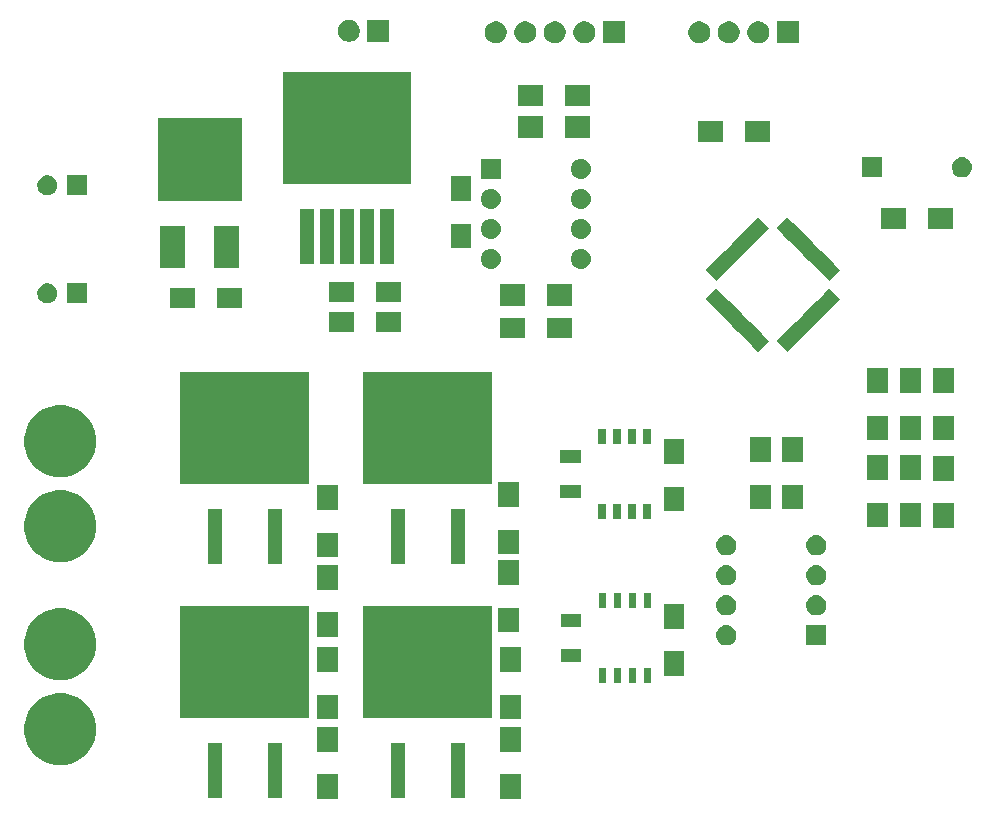
<source format=gts>
G04 #@! TF.GenerationSoftware,KiCad,Pcbnew,(5.1.0)-1*
G04 #@! TF.CreationDate,2019-06-23T00:58:32+09:00*
G04 #@! TF.ProjectId,md_ver1.00.0,6d645f76-6572-4312-9e30-302e302e6b69,rev?*
G04 #@! TF.SameCoordinates,Original*
G04 #@! TF.FileFunction,Soldermask,Top*
G04 #@! TF.FilePolarity,Negative*
%FSLAX46Y46*%
G04 Gerber Fmt 4.6, Leading zero omitted, Abs format (unit mm)*
G04 Created by KiCad (PCBNEW (5.1.0)-1) date 2019-06-23 00:58:32*
%MOMM*%
%LPD*%
G04 APERTURE LIST*
%ADD10C,0.100000*%
G04 APERTURE END LIST*
D10*
G36*
X129806000Y-154562000D02*
G01*
X128004000Y-154562000D01*
X128004000Y-152460000D01*
X129806000Y-152460000D01*
X129806000Y-154562000D01*
X129806000Y-154562000D01*
G37*
G36*
X114312000Y-154562000D02*
G01*
X112510000Y-154562000D01*
X112510000Y-152460000D01*
X114312000Y-152460000D01*
X114312000Y-154562000D01*
X114312000Y-154562000D01*
G37*
G36*
X119981000Y-154497000D02*
G01*
X118779000Y-154497000D01*
X118779000Y-149795000D01*
X119981000Y-149795000D01*
X119981000Y-154497000D01*
X119981000Y-154497000D01*
G37*
G36*
X104487000Y-154497000D02*
G01*
X103285000Y-154497000D01*
X103285000Y-149795000D01*
X104487000Y-149795000D01*
X104487000Y-154497000D01*
X104487000Y-154497000D01*
G37*
G36*
X109567000Y-154497000D02*
G01*
X108365000Y-154497000D01*
X108365000Y-149795000D01*
X109567000Y-149795000D01*
X109567000Y-154497000D01*
X109567000Y-154497000D01*
G37*
G36*
X125061000Y-154497000D02*
G01*
X123859000Y-154497000D01*
X123859000Y-149795000D01*
X125061000Y-149795000D01*
X125061000Y-154497000D01*
X125061000Y-154497000D01*
G37*
G36*
X91694943Y-145744248D02*
G01*
X92250189Y-145974238D01*
X92250190Y-145974239D01*
X92749899Y-146308134D01*
X93174866Y-146733101D01*
X93174867Y-146733103D01*
X93508762Y-147232811D01*
X93738752Y-147788057D01*
X93856000Y-148377501D01*
X93856000Y-148978499D01*
X93738752Y-149567943D01*
X93508762Y-150123189D01*
X93508761Y-150123190D01*
X93174866Y-150622899D01*
X92749899Y-151047866D01*
X92498347Y-151215948D01*
X92250189Y-151381762D01*
X91694943Y-151611752D01*
X91105499Y-151729000D01*
X90504501Y-151729000D01*
X89915057Y-151611752D01*
X89359811Y-151381762D01*
X89111653Y-151215948D01*
X88860101Y-151047866D01*
X88435134Y-150622899D01*
X88101239Y-150123190D01*
X88101238Y-150123189D01*
X87871248Y-149567943D01*
X87754000Y-148978499D01*
X87754000Y-148377501D01*
X87871248Y-147788057D01*
X88101238Y-147232811D01*
X88435133Y-146733103D01*
X88435134Y-146733101D01*
X88860101Y-146308134D01*
X89359810Y-145974239D01*
X89359811Y-145974238D01*
X89915057Y-145744248D01*
X90504501Y-145627000D01*
X91105499Y-145627000D01*
X91694943Y-145744248D01*
X91694943Y-145744248D01*
G37*
G36*
X129806000Y-150562000D02*
G01*
X128004000Y-150562000D01*
X128004000Y-148460000D01*
X129806000Y-148460000D01*
X129806000Y-150562000D01*
X129806000Y-150562000D01*
G37*
G36*
X114312000Y-150562000D02*
G01*
X112510000Y-150562000D01*
X112510000Y-148460000D01*
X114312000Y-148460000D01*
X114312000Y-150562000D01*
X114312000Y-150562000D01*
G37*
G36*
X129806000Y-147831000D02*
G01*
X128004000Y-147831000D01*
X128004000Y-145729000D01*
X129806000Y-145729000D01*
X129806000Y-147831000D01*
X129806000Y-147831000D01*
G37*
G36*
X114312000Y-147831000D02*
G01*
X112510000Y-147831000D01*
X112510000Y-145729000D01*
X114312000Y-145729000D01*
X114312000Y-147831000D01*
X114312000Y-147831000D01*
G37*
G36*
X111877000Y-147747000D02*
G01*
X100975000Y-147747000D01*
X100975000Y-138245000D01*
X111877000Y-138245000D01*
X111877000Y-147747000D01*
X111877000Y-147747000D01*
G37*
G36*
X127371000Y-147747000D02*
G01*
X116469000Y-147747000D01*
X116469000Y-138245000D01*
X127371000Y-138245000D01*
X127371000Y-147747000D01*
X127371000Y-147747000D01*
G37*
G36*
X138265100Y-144754800D02*
G01*
X137655100Y-144754800D01*
X137655100Y-143509800D01*
X138265100Y-143509800D01*
X138265100Y-144754800D01*
X138265100Y-144754800D01*
G37*
G36*
X136995100Y-144754800D02*
G01*
X136385100Y-144754800D01*
X136385100Y-143509800D01*
X136995100Y-143509800D01*
X136995100Y-144754800D01*
X136995100Y-144754800D01*
G37*
G36*
X139535100Y-144754800D02*
G01*
X138925100Y-144754800D01*
X138925100Y-143509800D01*
X139535100Y-143509800D01*
X139535100Y-144754800D01*
X139535100Y-144754800D01*
G37*
G36*
X140805100Y-144754800D02*
G01*
X140195100Y-144754800D01*
X140195100Y-143509800D01*
X140805100Y-143509800D01*
X140805100Y-144754800D01*
X140805100Y-144754800D01*
G37*
G36*
X91694943Y-138544248D02*
G01*
X92250189Y-138774238D01*
X92418955Y-138887004D01*
X92749899Y-139108134D01*
X93174866Y-139533101D01*
X93174867Y-139533103D01*
X93508762Y-140032811D01*
X93738752Y-140588057D01*
X93856000Y-141177501D01*
X93856000Y-141778499D01*
X93738752Y-142367943D01*
X93508762Y-142923189D01*
X93342948Y-143171347D01*
X93174866Y-143422899D01*
X92749899Y-143847866D01*
X92498347Y-144015948D01*
X92250189Y-144181762D01*
X91694943Y-144411752D01*
X91105499Y-144529000D01*
X90504501Y-144529000D01*
X89915057Y-144411752D01*
X89359811Y-144181762D01*
X89111653Y-144015948D01*
X88860101Y-143847866D01*
X88435134Y-143422899D01*
X88267052Y-143171347D01*
X88101238Y-142923189D01*
X87871248Y-142367943D01*
X87754000Y-141778499D01*
X87754000Y-141177501D01*
X87871248Y-140588057D01*
X88101238Y-140032811D01*
X88435133Y-139533103D01*
X88435134Y-139533101D01*
X88860101Y-139108134D01*
X89191045Y-138887004D01*
X89359811Y-138774238D01*
X89915057Y-138544248D01*
X90504501Y-138427000D01*
X91105499Y-138427000D01*
X91694943Y-138544248D01*
X91694943Y-138544248D01*
G37*
G36*
X143637100Y-144135300D02*
G01*
X141935100Y-144135300D01*
X141935100Y-142033300D01*
X143637100Y-142033300D01*
X143637100Y-144135300D01*
X143637100Y-144135300D01*
G37*
G36*
X114312000Y-143831000D02*
G01*
X112510000Y-143831000D01*
X112510000Y-141729000D01*
X114312000Y-141729000D01*
X114312000Y-143831000D01*
X114312000Y-143831000D01*
G37*
G36*
X129806000Y-143831000D02*
G01*
X128004000Y-143831000D01*
X128004000Y-141729000D01*
X129806000Y-141729000D01*
X129806000Y-143831000D01*
X129806000Y-143831000D01*
G37*
G36*
X134874100Y-143008300D02*
G01*
X133172100Y-143008300D01*
X133172100Y-141906300D01*
X134874100Y-141906300D01*
X134874100Y-143008300D01*
X134874100Y-143008300D01*
G37*
G36*
X155664000Y-141567000D02*
G01*
X153962000Y-141567000D01*
X153962000Y-139865000D01*
X155664000Y-139865000D01*
X155664000Y-141567000D01*
X155664000Y-141567000D01*
G37*
G36*
X147359823Y-139877313D02*
G01*
X147520242Y-139925976D01*
X147652906Y-139996886D01*
X147668078Y-140004996D01*
X147797659Y-140111341D01*
X147904004Y-140240922D01*
X147904005Y-140240924D01*
X147983024Y-140388758D01*
X148031687Y-140549177D01*
X148048117Y-140716000D01*
X148031687Y-140882823D01*
X147983024Y-141043242D01*
X147912114Y-141175906D01*
X147904004Y-141191078D01*
X147797659Y-141320659D01*
X147668078Y-141427004D01*
X147668076Y-141427005D01*
X147520242Y-141506024D01*
X147359823Y-141554687D01*
X147234804Y-141567000D01*
X147151196Y-141567000D01*
X147026177Y-141554687D01*
X146865758Y-141506024D01*
X146717924Y-141427005D01*
X146717922Y-141427004D01*
X146588341Y-141320659D01*
X146481996Y-141191078D01*
X146473886Y-141175906D01*
X146402976Y-141043242D01*
X146354313Y-140882823D01*
X146337883Y-140716000D01*
X146354313Y-140549177D01*
X146402976Y-140388758D01*
X146481995Y-140240924D01*
X146481996Y-140240922D01*
X146588341Y-140111341D01*
X146717922Y-140004996D01*
X146733094Y-139996886D01*
X146865758Y-139925976D01*
X147026177Y-139877313D01*
X147151196Y-139865000D01*
X147234804Y-139865000D01*
X147359823Y-139877313D01*
X147359823Y-139877313D01*
G37*
G36*
X114312000Y-140846000D02*
G01*
X112510000Y-140846000D01*
X112510000Y-138744000D01*
X114312000Y-138744000D01*
X114312000Y-140846000D01*
X114312000Y-140846000D01*
G37*
G36*
X129679000Y-140465000D02*
G01*
X127877000Y-140465000D01*
X127877000Y-138363000D01*
X129679000Y-138363000D01*
X129679000Y-140465000D01*
X129679000Y-140465000D01*
G37*
G36*
X143637100Y-140135300D02*
G01*
X141935100Y-140135300D01*
X141935100Y-138033300D01*
X143637100Y-138033300D01*
X143637100Y-140135300D01*
X143637100Y-140135300D01*
G37*
G36*
X134874100Y-140008300D02*
G01*
X133172100Y-140008300D01*
X133172100Y-138906300D01*
X134874100Y-138906300D01*
X134874100Y-140008300D01*
X134874100Y-140008300D01*
G37*
G36*
X154979823Y-137337313D02*
G01*
X155140242Y-137385976D01*
X155272906Y-137456886D01*
X155288078Y-137464996D01*
X155417659Y-137571341D01*
X155524004Y-137700922D01*
X155524005Y-137700924D01*
X155603024Y-137848758D01*
X155651687Y-138009177D01*
X155668117Y-138176000D01*
X155651687Y-138342823D01*
X155603024Y-138503242D01*
X155581105Y-138544249D01*
X155524004Y-138651078D01*
X155417659Y-138780659D01*
X155288078Y-138887004D01*
X155288076Y-138887005D01*
X155140242Y-138966024D01*
X154979823Y-139014687D01*
X154854804Y-139027000D01*
X154771196Y-139027000D01*
X154646177Y-139014687D01*
X154485758Y-138966024D01*
X154337924Y-138887005D01*
X154337922Y-138887004D01*
X154208341Y-138780659D01*
X154101996Y-138651078D01*
X154044895Y-138544249D01*
X154022976Y-138503242D01*
X153974313Y-138342823D01*
X153957883Y-138176000D01*
X153974313Y-138009177D01*
X154022976Y-137848758D01*
X154101995Y-137700924D01*
X154101996Y-137700922D01*
X154208341Y-137571341D01*
X154337922Y-137464996D01*
X154353094Y-137456886D01*
X154485758Y-137385976D01*
X154646177Y-137337313D01*
X154771196Y-137325000D01*
X154854804Y-137325000D01*
X154979823Y-137337313D01*
X154979823Y-137337313D01*
G37*
G36*
X147359823Y-137337313D02*
G01*
X147520242Y-137385976D01*
X147652906Y-137456886D01*
X147668078Y-137464996D01*
X147797659Y-137571341D01*
X147904004Y-137700922D01*
X147904005Y-137700924D01*
X147983024Y-137848758D01*
X148031687Y-138009177D01*
X148048117Y-138176000D01*
X148031687Y-138342823D01*
X147983024Y-138503242D01*
X147961105Y-138544249D01*
X147904004Y-138651078D01*
X147797659Y-138780659D01*
X147668078Y-138887004D01*
X147668076Y-138887005D01*
X147520242Y-138966024D01*
X147359823Y-139014687D01*
X147234804Y-139027000D01*
X147151196Y-139027000D01*
X147026177Y-139014687D01*
X146865758Y-138966024D01*
X146717924Y-138887005D01*
X146717922Y-138887004D01*
X146588341Y-138780659D01*
X146481996Y-138651078D01*
X146424895Y-138544249D01*
X146402976Y-138503242D01*
X146354313Y-138342823D01*
X146337883Y-138176000D01*
X146354313Y-138009177D01*
X146402976Y-137848758D01*
X146481995Y-137700924D01*
X146481996Y-137700922D01*
X146588341Y-137571341D01*
X146717922Y-137464996D01*
X146733094Y-137456886D01*
X146865758Y-137385976D01*
X147026177Y-137337313D01*
X147151196Y-137325000D01*
X147234804Y-137325000D01*
X147359823Y-137337313D01*
X147359823Y-137337313D01*
G37*
G36*
X138265100Y-138404800D02*
G01*
X137655100Y-138404800D01*
X137655100Y-137159800D01*
X138265100Y-137159800D01*
X138265100Y-138404800D01*
X138265100Y-138404800D01*
G37*
G36*
X140805100Y-138404800D02*
G01*
X140195100Y-138404800D01*
X140195100Y-137159800D01*
X140805100Y-137159800D01*
X140805100Y-138404800D01*
X140805100Y-138404800D01*
G37*
G36*
X139535100Y-138404800D02*
G01*
X138925100Y-138404800D01*
X138925100Y-137159800D01*
X139535100Y-137159800D01*
X139535100Y-138404800D01*
X139535100Y-138404800D01*
G37*
G36*
X136995100Y-138404800D02*
G01*
X136385100Y-138404800D01*
X136385100Y-137159800D01*
X136995100Y-137159800D01*
X136995100Y-138404800D01*
X136995100Y-138404800D01*
G37*
G36*
X114312000Y-136846000D02*
G01*
X112510000Y-136846000D01*
X112510000Y-134744000D01*
X114312000Y-134744000D01*
X114312000Y-136846000D01*
X114312000Y-136846000D01*
G37*
G36*
X154979823Y-134797313D02*
G01*
X155140242Y-134845976D01*
X155272906Y-134916886D01*
X155288078Y-134924996D01*
X155417659Y-135031341D01*
X155524004Y-135160922D01*
X155524005Y-135160924D01*
X155603024Y-135308758D01*
X155651687Y-135469177D01*
X155668117Y-135636000D01*
X155651687Y-135802823D01*
X155603024Y-135963242D01*
X155532114Y-136095906D01*
X155524004Y-136111078D01*
X155417659Y-136240659D01*
X155288078Y-136347004D01*
X155288076Y-136347005D01*
X155140242Y-136426024D01*
X154979823Y-136474687D01*
X154854804Y-136487000D01*
X154771196Y-136487000D01*
X154646177Y-136474687D01*
X154485758Y-136426024D01*
X154337924Y-136347005D01*
X154337922Y-136347004D01*
X154208341Y-136240659D01*
X154101996Y-136111078D01*
X154093886Y-136095906D01*
X154022976Y-135963242D01*
X153974313Y-135802823D01*
X153957883Y-135636000D01*
X153974313Y-135469177D01*
X154022976Y-135308758D01*
X154101995Y-135160924D01*
X154101996Y-135160922D01*
X154208341Y-135031341D01*
X154337922Y-134924996D01*
X154353094Y-134916886D01*
X154485758Y-134845976D01*
X154646177Y-134797313D01*
X154771196Y-134785000D01*
X154854804Y-134785000D01*
X154979823Y-134797313D01*
X154979823Y-134797313D01*
G37*
G36*
X147359823Y-134797313D02*
G01*
X147520242Y-134845976D01*
X147652906Y-134916886D01*
X147668078Y-134924996D01*
X147797659Y-135031341D01*
X147904004Y-135160922D01*
X147904005Y-135160924D01*
X147983024Y-135308758D01*
X148031687Y-135469177D01*
X148048117Y-135636000D01*
X148031687Y-135802823D01*
X147983024Y-135963242D01*
X147912114Y-136095906D01*
X147904004Y-136111078D01*
X147797659Y-136240659D01*
X147668078Y-136347004D01*
X147668076Y-136347005D01*
X147520242Y-136426024D01*
X147359823Y-136474687D01*
X147234804Y-136487000D01*
X147151196Y-136487000D01*
X147026177Y-136474687D01*
X146865758Y-136426024D01*
X146717924Y-136347005D01*
X146717922Y-136347004D01*
X146588341Y-136240659D01*
X146481996Y-136111078D01*
X146473886Y-136095906D01*
X146402976Y-135963242D01*
X146354313Y-135802823D01*
X146337883Y-135636000D01*
X146354313Y-135469177D01*
X146402976Y-135308758D01*
X146481995Y-135160924D01*
X146481996Y-135160922D01*
X146588341Y-135031341D01*
X146717922Y-134924996D01*
X146733094Y-134916886D01*
X146865758Y-134845976D01*
X147026177Y-134797313D01*
X147151196Y-134785000D01*
X147234804Y-134785000D01*
X147359823Y-134797313D01*
X147359823Y-134797313D01*
G37*
G36*
X129679000Y-136465000D02*
G01*
X127877000Y-136465000D01*
X127877000Y-134363000D01*
X129679000Y-134363000D01*
X129679000Y-136465000D01*
X129679000Y-136465000D01*
G37*
G36*
X109567000Y-134685000D02*
G01*
X108365000Y-134685000D01*
X108365000Y-129983000D01*
X109567000Y-129983000D01*
X109567000Y-134685000D01*
X109567000Y-134685000D01*
G37*
G36*
X104487000Y-134685000D02*
G01*
X103285000Y-134685000D01*
X103285000Y-129983000D01*
X104487000Y-129983000D01*
X104487000Y-134685000D01*
X104487000Y-134685000D01*
G37*
G36*
X125061000Y-134685000D02*
G01*
X123859000Y-134685000D01*
X123859000Y-129983000D01*
X125061000Y-129983000D01*
X125061000Y-134685000D01*
X125061000Y-134685000D01*
G37*
G36*
X119981000Y-134685000D02*
G01*
X118779000Y-134685000D01*
X118779000Y-129983000D01*
X119981000Y-129983000D01*
X119981000Y-134685000D01*
X119981000Y-134685000D01*
G37*
G36*
X91694943Y-128552248D02*
G01*
X92250189Y-128782238D01*
X92250190Y-128782239D01*
X92749899Y-129116134D01*
X93174866Y-129541101D01*
X93174867Y-129541103D01*
X93508762Y-130040811D01*
X93738752Y-130596057D01*
X93856000Y-131185501D01*
X93856000Y-131786499D01*
X93738752Y-132375943D01*
X93508762Y-132931189D01*
X93342948Y-133179347D01*
X93174866Y-133430899D01*
X92749899Y-133855866D01*
X92631935Y-133934687D01*
X92250189Y-134189762D01*
X91694943Y-134419752D01*
X91105499Y-134537000D01*
X90504501Y-134537000D01*
X89915057Y-134419752D01*
X89359811Y-134189762D01*
X88978065Y-133934687D01*
X88860101Y-133855866D01*
X88435134Y-133430899D01*
X88267052Y-133179347D01*
X88101238Y-132931189D01*
X87871248Y-132375943D01*
X87754000Y-131786499D01*
X87754000Y-131185501D01*
X87871248Y-130596057D01*
X88101238Y-130040811D01*
X88435133Y-129541103D01*
X88435134Y-129541101D01*
X88860101Y-129116134D01*
X89359810Y-128782239D01*
X89359811Y-128782238D01*
X89915057Y-128552248D01*
X90504501Y-128435000D01*
X91105499Y-128435000D01*
X91694943Y-128552248D01*
X91694943Y-128552248D01*
G37*
G36*
X114312000Y-134115000D02*
G01*
X112510000Y-134115000D01*
X112510000Y-132013000D01*
X114312000Y-132013000D01*
X114312000Y-134115000D01*
X114312000Y-134115000D01*
G37*
G36*
X154979823Y-132257313D02*
G01*
X155140242Y-132305976D01*
X155271141Y-132375943D01*
X155288078Y-132384996D01*
X155417659Y-132491341D01*
X155524004Y-132620922D01*
X155524005Y-132620924D01*
X155603024Y-132768758D01*
X155651687Y-132929177D01*
X155668117Y-133096000D01*
X155651687Y-133262823D01*
X155603024Y-133423242D01*
X155598932Y-133430897D01*
X155524004Y-133571078D01*
X155417659Y-133700659D01*
X155288078Y-133807004D01*
X155288076Y-133807005D01*
X155140242Y-133886024D01*
X154979823Y-133934687D01*
X154854804Y-133947000D01*
X154771196Y-133947000D01*
X154646177Y-133934687D01*
X154485758Y-133886024D01*
X154337924Y-133807005D01*
X154337922Y-133807004D01*
X154208341Y-133700659D01*
X154101996Y-133571078D01*
X154027068Y-133430897D01*
X154022976Y-133423242D01*
X153974313Y-133262823D01*
X153957883Y-133096000D01*
X153974313Y-132929177D01*
X154022976Y-132768758D01*
X154101995Y-132620924D01*
X154101996Y-132620922D01*
X154208341Y-132491341D01*
X154337922Y-132384996D01*
X154354859Y-132375943D01*
X154485758Y-132305976D01*
X154646177Y-132257313D01*
X154771196Y-132245000D01*
X154854804Y-132245000D01*
X154979823Y-132257313D01*
X154979823Y-132257313D01*
G37*
G36*
X147359823Y-132257313D02*
G01*
X147520242Y-132305976D01*
X147651141Y-132375943D01*
X147668078Y-132384996D01*
X147797659Y-132491341D01*
X147904004Y-132620922D01*
X147904005Y-132620924D01*
X147983024Y-132768758D01*
X148031687Y-132929177D01*
X148048117Y-133096000D01*
X148031687Y-133262823D01*
X147983024Y-133423242D01*
X147978932Y-133430897D01*
X147904004Y-133571078D01*
X147797659Y-133700659D01*
X147668078Y-133807004D01*
X147668076Y-133807005D01*
X147520242Y-133886024D01*
X147359823Y-133934687D01*
X147234804Y-133947000D01*
X147151196Y-133947000D01*
X147026177Y-133934687D01*
X146865758Y-133886024D01*
X146717924Y-133807005D01*
X146717922Y-133807004D01*
X146588341Y-133700659D01*
X146481996Y-133571078D01*
X146407068Y-133430897D01*
X146402976Y-133423242D01*
X146354313Y-133262823D01*
X146337883Y-133096000D01*
X146354313Y-132929177D01*
X146402976Y-132768758D01*
X146481995Y-132620924D01*
X146481996Y-132620922D01*
X146588341Y-132491341D01*
X146717922Y-132384996D01*
X146734859Y-132375943D01*
X146865758Y-132305976D01*
X147026177Y-132257313D01*
X147151196Y-132245000D01*
X147234804Y-132245000D01*
X147359823Y-132257313D01*
X147359823Y-132257313D01*
G37*
G36*
X129679000Y-133861000D02*
G01*
X127877000Y-133861000D01*
X127877000Y-131759000D01*
X129679000Y-131759000D01*
X129679000Y-133861000D01*
X129679000Y-133861000D01*
G37*
G36*
X166509000Y-131607000D02*
G01*
X164707000Y-131607000D01*
X164707000Y-129505000D01*
X166509000Y-129505000D01*
X166509000Y-131607000D01*
X166509000Y-131607000D01*
G37*
G36*
X160921000Y-131575000D02*
G01*
X159119000Y-131575000D01*
X159119000Y-129473000D01*
X160921000Y-129473000D01*
X160921000Y-131575000D01*
X160921000Y-131575000D01*
G37*
G36*
X163715000Y-131575000D02*
G01*
X161913000Y-131575000D01*
X161913000Y-129473000D01*
X163715000Y-129473000D01*
X163715000Y-131575000D01*
X163715000Y-131575000D01*
G37*
G36*
X138239700Y-130835600D02*
G01*
X137629700Y-130835600D01*
X137629700Y-129590600D01*
X138239700Y-129590600D01*
X138239700Y-130835600D01*
X138239700Y-130835600D01*
G37*
G36*
X140779700Y-130835600D02*
G01*
X140169700Y-130835600D01*
X140169700Y-129590600D01*
X140779700Y-129590600D01*
X140779700Y-130835600D01*
X140779700Y-130835600D01*
G37*
G36*
X139509700Y-130835600D02*
G01*
X138899700Y-130835600D01*
X138899700Y-129590600D01*
X139509700Y-129590600D01*
X139509700Y-130835600D01*
X139509700Y-130835600D01*
G37*
G36*
X136969700Y-130835600D02*
G01*
X136359700Y-130835600D01*
X136359700Y-129590600D01*
X136969700Y-129590600D01*
X136969700Y-130835600D01*
X136969700Y-130835600D01*
G37*
G36*
X143611700Y-130216100D02*
G01*
X141909700Y-130216100D01*
X141909700Y-128114100D01*
X143611700Y-128114100D01*
X143611700Y-130216100D01*
X143611700Y-130216100D01*
G37*
G36*
X114312000Y-130115000D02*
G01*
X112510000Y-130115000D01*
X112510000Y-128013000D01*
X114312000Y-128013000D01*
X114312000Y-130115000D01*
X114312000Y-130115000D01*
G37*
G36*
X153682000Y-130051000D02*
G01*
X151880000Y-130051000D01*
X151880000Y-127949000D01*
X153682000Y-127949000D01*
X153682000Y-130051000D01*
X153682000Y-130051000D01*
G37*
G36*
X151015000Y-130051000D02*
G01*
X149213000Y-130051000D01*
X149213000Y-127949000D01*
X151015000Y-127949000D01*
X151015000Y-130051000D01*
X151015000Y-130051000D01*
G37*
G36*
X129679000Y-129861000D02*
G01*
X127877000Y-129861000D01*
X127877000Y-127759000D01*
X129679000Y-127759000D01*
X129679000Y-129861000D01*
X129679000Y-129861000D01*
G37*
G36*
X134848700Y-129089100D02*
G01*
X133146700Y-129089100D01*
X133146700Y-127987100D01*
X134848700Y-127987100D01*
X134848700Y-129089100D01*
X134848700Y-129089100D01*
G37*
G36*
X111877000Y-127935000D02*
G01*
X100975000Y-127935000D01*
X100975000Y-118433000D01*
X111877000Y-118433000D01*
X111877000Y-127935000D01*
X111877000Y-127935000D01*
G37*
G36*
X127371000Y-127935000D02*
G01*
X116469000Y-127935000D01*
X116469000Y-118433000D01*
X127371000Y-118433000D01*
X127371000Y-127935000D01*
X127371000Y-127935000D01*
G37*
G36*
X166509000Y-127607000D02*
G01*
X164707000Y-127607000D01*
X164707000Y-125505000D01*
X166509000Y-125505000D01*
X166509000Y-127607000D01*
X166509000Y-127607000D01*
G37*
G36*
X163715000Y-127575000D02*
G01*
X161913000Y-127575000D01*
X161913000Y-125473000D01*
X163715000Y-125473000D01*
X163715000Y-127575000D01*
X163715000Y-127575000D01*
G37*
G36*
X160921000Y-127575000D02*
G01*
X159119000Y-127575000D01*
X159119000Y-125473000D01*
X160921000Y-125473000D01*
X160921000Y-127575000D01*
X160921000Y-127575000D01*
G37*
G36*
X91694943Y-121352248D02*
G01*
X92250189Y-121582238D01*
X92250190Y-121582239D01*
X92749899Y-121916134D01*
X93174866Y-122341101D01*
X93174867Y-122341103D01*
X93508762Y-122840811D01*
X93738752Y-123396057D01*
X93856000Y-123985501D01*
X93856000Y-124586499D01*
X93738752Y-125175943D01*
X93508762Y-125731189D01*
X93508761Y-125731190D01*
X93174866Y-126230899D01*
X92749899Y-126655866D01*
X92498347Y-126823948D01*
X92250189Y-126989762D01*
X91694943Y-127219752D01*
X91105499Y-127337000D01*
X90504501Y-127337000D01*
X89915057Y-127219752D01*
X89359811Y-126989762D01*
X89111653Y-126823948D01*
X88860101Y-126655866D01*
X88435134Y-126230899D01*
X88101239Y-125731190D01*
X88101238Y-125731189D01*
X87871248Y-125175943D01*
X87754000Y-124586499D01*
X87754000Y-123985501D01*
X87871248Y-123396057D01*
X88101238Y-122840811D01*
X88435133Y-122341103D01*
X88435134Y-122341101D01*
X88860101Y-121916134D01*
X89359810Y-121582239D01*
X89359811Y-121582238D01*
X89915057Y-121352248D01*
X90504501Y-121235000D01*
X91105499Y-121235000D01*
X91694943Y-121352248D01*
X91694943Y-121352248D01*
G37*
G36*
X143611700Y-126216100D02*
G01*
X141909700Y-126216100D01*
X141909700Y-124114100D01*
X143611700Y-124114100D01*
X143611700Y-126216100D01*
X143611700Y-126216100D01*
G37*
G36*
X134848700Y-126089100D02*
G01*
X133146700Y-126089100D01*
X133146700Y-124987100D01*
X134848700Y-124987100D01*
X134848700Y-126089100D01*
X134848700Y-126089100D01*
G37*
G36*
X153682000Y-126051000D02*
G01*
X151880000Y-126051000D01*
X151880000Y-123949000D01*
X153682000Y-123949000D01*
X153682000Y-126051000D01*
X153682000Y-126051000D01*
G37*
G36*
X151015000Y-126051000D02*
G01*
X149213000Y-126051000D01*
X149213000Y-123949000D01*
X151015000Y-123949000D01*
X151015000Y-126051000D01*
X151015000Y-126051000D01*
G37*
G36*
X139509700Y-124485600D02*
G01*
X138899700Y-124485600D01*
X138899700Y-123240600D01*
X139509700Y-123240600D01*
X139509700Y-124485600D01*
X139509700Y-124485600D01*
G37*
G36*
X138239700Y-124485600D02*
G01*
X137629700Y-124485600D01*
X137629700Y-123240600D01*
X138239700Y-123240600D01*
X138239700Y-124485600D01*
X138239700Y-124485600D01*
G37*
G36*
X136969700Y-124485600D02*
G01*
X136359700Y-124485600D01*
X136359700Y-123240600D01*
X136969700Y-123240600D01*
X136969700Y-124485600D01*
X136969700Y-124485600D01*
G37*
G36*
X140779700Y-124485600D02*
G01*
X140169700Y-124485600D01*
X140169700Y-123240600D01*
X140779700Y-123240600D01*
X140779700Y-124485600D01*
X140779700Y-124485600D01*
G37*
G36*
X163715000Y-124209000D02*
G01*
X161913000Y-124209000D01*
X161913000Y-122107000D01*
X163715000Y-122107000D01*
X163715000Y-124209000D01*
X163715000Y-124209000D01*
G37*
G36*
X166509000Y-124209000D02*
G01*
X164707000Y-124209000D01*
X164707000Y-122107000D01*
X166509000Y-122107000D01*
X166509000Y-124209000D01*
X166509000Y-124209000D01*
G37*
G36*
X160921000Y-124209000D02*
G01*
X159119000Y-124209000D01*
X159119000Y-122107000D01*
X160921000Y-122107000D01*
X160921000Y-124209000D01*
X160921000Y-124209000D01*
G37*
G36*
X160921000Y-120209000D02*
G01*
X159119000Y-120209000D01*
X159119000Y-118107000D01*
X160921000Y-118107000D01*
X160921000Y-120209000D01*
X160921000Y-120209000D01*
G37*
G36*
X166509000Y-120209000D02*
G01*
X164707000Y-120209000D01*
X164707000Y-118107000D01*
X166509000Y-118107000D01*
X166509000Y-120209000D01*
X166509000Y-120209000D01*
G37*
G36*
X163715000Y-120209000D02*
G01*
X161913000Y-120209000D01*
X161913000Y-118107000D01*
X163715000Y-118107000D01*
X163715000Y-120209000D01*
X163715000Y-120209000D01*
G37*
G36*
X146922715Y-111880470D02*
G01*
X146922715Y-111880469D01*
X147419104Y-112376858D01*
X147419104Y-112376859D01*
X147984789Y-112942544D01*
X147984789Y-112942545D01*
X148054085Y-113011841D01*
X148054085Y-113011840D01*
X148550474Y-113508229D01*
X148550474Y-113508230D01*
X148619771Y-113577527D01*
X148619771Y-113577526D01*
X149116160Y-114073915D01*
X149116160Y-114073916D01*
X149185456Y-114143212D01*
X149185456Y-114143211D01*
X149751142Y-114708897D01*
X149751142Y-114708896D01*
X150247531Y-115205285D01*
X150247531Y-115205286D01*
X150813216Y-115770971D01*
X149892563Y-116691624D01*
X149396174Y-116195235D01*
X149396175Y-116195235D01*
X148761193Y-115560253D01*
X148761192Y-115560253D01*
X148264803Y-115063864D01*
X148264804Y-115063864D01*
X148195508Y-114994568D01*
X148195507Y-114994568D01*
X147699118Y-114498179D01*
X147699119Y-114498179D01*
X147629822Y-114428882D01*
X147629821Y-114428882D01*
X147133432Y-113932493D01*
X147133433Y-113932493D01*
X147064137Y-113863197D01*
X147064136Y-113863197D01*
X146567747Y-113366808D01*
X146567748Y-113366808D01*
X145932766Y-112731826D01*
X145932765Y-112731826D01*
X145436376Y-112235437D01*
X146357029Y-111314784D01*
X146922715Y-111880470D01*
X146922715Y-111880470D01*
G37*
G36*
X156823624Y-112235437D02*
G01*
X156327235Y-112731826D01*
X156257938Y-112801122D01*
X155761549Y-113297511D01*
X155692253Y-113366808D01*
X153498808Y-115560253D01*
X153429511Y-115629549D01*
X152933122Y-116125938D01*
X152863826Y-116195235D01*
X152367437Y-116691624D01*
X151446784Y-115770971D01*
X151943173Y-115274582D01*
X152012470Y-115205286D01*
X152012469Y-115205285D01*
X152508858Y-114708896D01*
X152508859Y-114708897D01*
X152597236Y-114620519D01*
X153074544Y-114143211D01*
X153074545Y-114143212D01*
X153143841Y-114073916D01*
X153143840Y-114073915D01*
X153640229Y-113577526D01*
X153640230Y-113577527D01*
X153709527Y-113508230D01*
X153709526Y-113508229D01*
X154205915Y-113011840D01*
X154205916Y-113011841D01*
X154275212Y-112942545D01*
X154275211Y-112942544D01*
X154771600Y-112446155D01*
X154840897Y-112376859D01*
X154840896Y-112376858D01*
X155337285Y-111880469D01*
X155337286Y-111880470D01*
X155425663Y-111792092D01*
X155902971Y-111314784D01*
X156823624Y-112235437D01*
X156823624Y-112235437D01*
G37*
G36*
X130115000Y-115532000D02*
G01*
X128013000Y-115532000D01*
X128013000Y-113830000D01*
X130115000Y-113830000D01*
X130115000Y-115532000D01*
X130115000Y-115532000D01*
G37*
G36*
X134115000Y-115532000D02*
G01*
X132013000Y-115532000D01*
X132013000Y-113830000D01*
X134115000Y-113830000D01*
X134115000Y-115532000D01*
X134115000Y-115532000D01*
G37*
G36*
X119669000Y-115024000D02*
G01*
X117567000Y-115024000D01*
X117567000Y-113322000D01*
X119669000Y-113322000D01*
X119669000Y-115024000D01*
X119669000Y-115024000D01*
G37*
G36*
X115669000Y-115024000D02*
G01*
X113567000Y-115024000D01*
X113567000Y-113322000D01*
X115669000Y-113322000D01*
X115669000Y-115024000D01*
X115669000Y-115024000D01*
G37*
G36*
X102175000Y-112992000D02*
G01*
X100073000Y-112992000D01*
X100073000Y-111290000D01*
X102175000Y-111290000D01*
X102175000Y-112992000D01*
X102175000Y-112992000D01*
G37*
G36*
X106175000Y-112992000D02*
G01*
X104073000Y-112992000D01*
X104073000Y-111290000D01*
X106175000Y-111290000D01*
X106175000Y-112992000D01*
X106175000Y-112992000D01*
G37*
G36*
X134115000Y-112788000D02*
G01*
X132013000Y-112788000D01*
X132013000Y-110986000D01*
X134115000Y-110986000D01*
X134115000Y-112788000D01*
X134115000Y-112788000D01*
G37*
G36*
X130115000Y-112788000D02*
G01*
X128013000Y-112788000D01*
X128013000Y-110986000D01*
X130115000Y-110986000D01*
X130115000Y-112788000D01*
X130115000Y-112788000D01*
G37*
G36*
X93053000Y-112611000D02*
G01*
X91351000Y-112611000D01*
X91351000Y-110909000D01*
X93053000Y-110909000D01*
X93053000Y-112611000D01*
X93053000Y-112611000D01*
G37*
G36*
X89950228Y-110941703D02*
G01*
X90105100Y-111005853D01*
X90244481Y-111098985D01*
X90363015Y-111217519D01*
X90456147Y-111356900D01*
X90520297Y-111511772D01*
X90553000Y-111676184D01*
X90553000Y-111843816D01*
X90520297Y-112008228D01*
X90456147Y-112163100D01*
X90363015Y-112302481D01*
X90244481Y-112421015D01*
X90105100Y-112514147D01*
X89950228Y-112578297D01*
X89785816Y-112611000D01*
X89618184Y-112611000D01*
X89453772Y-112578297D01*
X89298900Y-112514147D01*
X89159519Y-112421015D01*
X89040985Y-112302481D01*
X88947853Y-112163100D01*
X88883703Y-112008228D01*
X88851000Y-111843816D01*
X88851000Y-111676184D01*
X88883703Y-111511772D01*
X88947853Y-111356900D01*
X89040985Y-111217519D01*
X89159519Y-111098985D01*
X89298900Y-111005853D01*
X89453772Y-110941703D01*
X89618184Y-110909000D01*
X89785816Y-110909000D01*
X89950228Y-110941703D01*
X89950228Y-110941703D01*
G37*
G36*
X115637000Y-112484000D02*
G01*
X113535000Y-112484000D01*
X113535000Y-110782000D01*
X115637000Y-110782000D01*
X115637000Y-112484000D01*
X115637000Y-112484000D01*
G37*
G36*
X119637000Y-112484000D02*
G01*
X117535000Y-112484000D01*
X117535000Y-110782000D01*
X119637000Y-110782000D01*
X119637000Y-112484000D01*
X119637000Y-112484000D01*
G37*
G36*
X150813216Y-106225029D02*
G01*
X150316827Y-106721418D01*
X150247531Y-106790715D01*
X149751142Y-107287104D01*
X149681845Y-107356400D01*
X147488400Y-109549845D01*
X147419104Y-109619142D01*
X146922715Y-110115531D01*
X146853418Y-110184827D01*
X146357029Y-110681216D01*
X145436376Y-109760563D01*
X145932765Y-109264174D01*
X145932766Y-109264175D01*
X146021143Y-109175797D01*
X146498451Y-108698489D01*
X146567748Y-108629193D01*
X146567747Y-108629192D01*
X147064136Y-108132803D01*
X147064137Y-108132804D01*
X147133433Y-108063508D01*
X147133432Y-108063507D01*
X147629821Y-107567118D01*
X147629822Y-107567119D01*
X147699119Y-107497822D01*
X147699118Y-107497821D01*
X148195507Y-107001432D01*
X148195508Y-107001433D01*
X148264804Y-106932137D01*
X148264803Y-106932136D01*
X148761192Y-106435747D01*
X148761193Y-106435748D01*
X148849570Y-106347370D01*
X149326878Y-105870062D01*
X149396175Y-105800766D01*
X149396174Y-105800765D01*
X149892563Y-105304376D01*
X150813216Y-106225029D01*
X150813216Y-106225029D01*
G37*
G36*
X152863826Y-105800765D02*
G01*
X152863826Y-105800766D01*
X153498808Y-106435748D01*
X153498808Y-106435747D01*
X153995197Y-106932136D01*
X153995197Y-106932137D01*
X154064493Y-107001433D01*
X154064493Y-107001432D01*
X154560882Y-107497821D01*
X154560882Y-107497822D01*
X154630179Y-107567119D01*
X154630179Y-107567118D01*
X155126568Y-108063507D01*
X155126568Y-108063508D01*
X155195864Y-108132804D01*
X155195864Y-108132803D01*
X155692253Y-108629192D01*
X155692253Y-108629193D01*
X156327235Y-109264175D01*
X156327235Y-109264174D01*
X156823624Y-109760563D01*
X155902971Y-110681216D01*
X155337286Y-110115531D01*
X155337285Y-110115531D01*
X154840896Y-109619142D01*
X154840897Y-109619142D01*
X154275211Y-109053456D01*
X154275212Y-109053456D01*
X154205916Y-108984160D01*
X154205915Y-108984160D01*
X153709526Y-108487771D01*
X153709527Y-108487771D01*
X153640230Y-108418474D01*
X153640229Y-108418474D01*
X153143840Y-107922085D01*
X153143841Y-107922085D01*
X153074545Y-107852789D01*
X153074544Y-107852789D01*
X152508859Y-107287104D01*
X152508858Y-107287104D01*
X152012469Y-106790715D01*
X152012470Y-106790715D01*
X151446784Y-106225029D01*
X152367437Y-105304376D01*
X152863826Y-105800765D01*
X152863826Y-105800765D01*
G37*
G36*
X135040823Y-108000313D02*
G01*
X135201242Y-108048976D01*
X135333906Y-108119886D01*
X135349078Y-108127996D01*
X135478659Y-108234341D01*
X135585004Y-108363922D01*
X135585005Y-108363924D01*
X135664024Y-108511758D01*
X135712687Y-108672177D01*
X135729117Y-108839000D01*
X135712687Y-109005823D01*
X135664024Y-109166242D01*
X135593114Y-109298906D01*
X135585004Y-109314078D01*
X135478659Y-109443659D01*
X135349078Y-109550004D01*
X135349076Y-109550005D01*
X135201242Y-109629024D01*
X135040823Y-109677687D01*
X134915804Y-109690000D01*
X134832196Y-109690000D01*
X134707177Y-109677687D01*
X134546758Y-109629024D01*
X134398924Y-109550005D01*
X134398922Y-109550004D01*
X134269341Y-109443659D01*
X134162996Y-109314078D01*
X134154886Y-109298906D01*
X134083976Y-109166242D01*
X134035313Y-109005823D01*
X134018883Y-108839000D01*
X134035313Y-108672177D01*
X134083976Y-108511758D01*
X134162995Y-108363924D01*
X134162996Y-108363922D01*
X134269341Y-108234341D01*
X134398922Y-108127996D01*
X134414094Y-108119886D01*
X134546758Y-108048976D01*
X134707177Y-108000313D01*
X134832196Y-107988000D01*
X134915804Y-107988000D01*
X135040823Y-108000313D01*
X135040823Y-108000313D01*
G37*
G36*
X127420823Y-108000313D02*
G01*
X127581242Y-108048976D01*
X127713906Y-108119886D01*
X127729078Y-108127996D01*
X127858659Y-108234341D01*
X127965004Y-108363922D01*
X127965005Y-108363924D01*
X128044024Y-108511758D01*
X128092687Y-108672177D01*
X128109117Y-108839000D01*
X128092687Y-109005823D01*
X128044024Y-109166242D01*
X127973114Y-109298906D01*
X127965004Y-109314078D01*
X127858659Y-109443659D01*
X127729078Y-109550004D01*
X127729076Y-109550005D01*
X127581242Y-109629024D01*
X127420823Y-109677687D01*
X127295804Y-109690000D01*
X127212196Y-109690000D01*
X127087177Y-109677687D01*
X126926758Y-109629024D01*
X126778924Y-109550005D01*
X126778922Y-109550004D01*
X126649341Y-109443659D01*
X126542996Y-109314078D01*
X126534886Y-109298906D01*
X126463976Y-109166242D01*
X126415313Y-109005823D01*
X126398883Y-108839000D01*
X126415313Y-108672177D01*
X126463976Y-108511758D01*
X126542995Y-108363924D01*
X126542996Y-108363922D01*
X126649341Y-108234341D01*
X126778922Y-108127996D01*
X126794094Y-108119886D01*
X126926758Y-108048976D01*
X127087177Y-108000313D01*
X127212196Y-107988000D01*
X127295804Y-107988000D01*
X127420823Y-108000313D01*
X127420823Y-108000313D01*
G37*
G36*
X101367000Y-109627000D02*
G01*
X99265000Y-109627000D01*
X99265000Y-106025000D01*
X101367000Y-106025000D01*
X101367000Y-109627000D01*
X101367000Y-109627000D01*
G37*
G36*
X105947000Y-109627000D02*
G01*
X103845000Y-109627000D01*
X103845000Y-106025000D01*
X105947000Y-106025000D01*
X105947000Y-109627000D01*
X105947000Y-109627000D01*
G37*
G36*
X119082000Y-109279000D02*
G01*
X117880000Y-109279000D01*
X117880000Y-104577000D01*
X119082000Y-104577000D01*
X119082000Y-109279000D01*
X119082000Y-109279000D01*
G37*
G36*
X117382000Y-109279000D02*
G01*
X116180000Y-109279000D01*
X116180000Y-104577000D01*
X117382000Y-104577000D01*
X117382000Y-109279000D01*
X117382000Y-109279000D01*
G37*
G36*
X115682000Y-109279000D02*
G01*
X114480000Y-109279000D01*
X114480000Y-104577000D01*
X115682000Y-104577000D01*
X115682000Y-109279000D01*
X115682000Y-109279000D01*
G37*
G36*
X113982000Y-109279000D02*
G01*
X112780000Y-109279000D01*
X112780000Y-104577000D01*
X113982000Y-104577000D01*
X113982000Y-109279000D01*
X113982000Y-109279000D01*
G37*
G36*
X112282000Y-109279000D02*
G01*
X111080000Y-109279000D01*
X111080000Y-104577000D01*
X112282000Y-104577000D01*
X112282000Y-109279000D01*
X112282000Y-109279000D01*
G37*
G36*
X125565000Y-107953000D02*
G01*
X123863000Y-107953000D01*
X123863000Y-105851000D01*
X125565000Y-105851000D01*
X125565000Y-107953000D01*
X125565000Y-107953000D01*
G37*
G36*
X135040823Y-105460313D02*
G01*
X135201242Y-105508976D01*
X135333906Y-105579886D01*
X135349078Y-105587996D01*
X135478659Y-105694341D01*
X135585004Y-105823922D01*
X135585005Y-105823924D01*
X135664024Y-105971758D01*
X135712687Y-106132177D01*
X135729117Y-106299000D01*
X135712687Y-106465823D01*
X135664024Y-106626242D01*
X135623352Y-106702333D01*
X135585004Y-106774078D01*
X135478659Y-106903659D01*
X135349078Y-107010004D01*
X135349076Y-107010005D01*
X135201242Y-107089024D01*
X135040823Y-107137687D01*
X134915804Y-107150000D01*
X134832196Y-107150000D01*
X134707177Y-107137687D01*
X134546758Y-107089024D01*
X134398924Y-107010005D01*
X134398922Y-107010004D01*
X134269341Y-106903659D01*
X134162996Y-106774078D01*
X134124648Y-106702333D01*
X134083976Y-106626242D01*
X134035313Y-106465823D01*
X134018883Y-106299000D01*
X134035313Y-106132177D01*
X134083976Y-105971758D01*
X134162995Y-105823924D01*
X134162996Y-105823922D01*
X134269341Y-105694341D01*
X134398922Y-105587996D01*
X134414094Y-105579886D01*
X134546758Y-105508976D01*
X134707177Y-105460313D01*
X134832196Y-105448000D01*
X134915804Y-105448000D01*
X135040823Y-105460313D01*
X135040823Y-105460313D01*
G37*
G36*
X127420823Y-105460313D02*
G01*
X127581242Y-105508976D01*
X127713906Y-105579886D01*
X127729078Y-105587996D01*
X127858659Y-105694341D01*
X127965004Y-105823922D01*
X127965005Y-105823924D01*
X128044024Y-105971758D01*
X128092687Y-106132177D01*
X128109117Y-106299000D01*
X128092687Y-106465823D01*
X128044024Y-106626242D01*
X128003352Y-106702333D01*
X127965004Y-106774078D01*
X127858659Y-106903659D01*
X127729078Y-107010004D01*
X127729076Y-107010005D01*
X127581242Y-107089024D01*
X127420823Y-107137687D01*
X127295804Y-107150000D01*
X127212196Y-107150000D01*
X127087177Y-107137687D01*
X126926758Y-107089024D01*
X126778924Y-107010005D01*
X126778922Y-107010004D01*
X126649341Y-106903659D01*
X126542996Y-106774078D01*
X126504648Y-106702333D01*
X126463976Y-106626242D01*
X126415313Y-106465823D01*
X126398883Y-106299000D01*
X126415313Y-106132177D01*
X126463976Y-105971758D01*
X126542995Y-105823924D01*
X126542996Y-105823922D01*
X126649341Y-105694341D01*
X126778922Y-105587996D01*
X126794094Y-105579886D01*
X126926758Y-105508976D01*
X127087177Y-105460313D01*
X127212196Y-105448000D01*
X127295804Y-105448000D01*
X127420823Y-105460313D01*
X127420823Y-105460313D01*
G37*
G36*
X162405000Y-106311000D02*
G01*
X160303000Y-106311000D01*
X160303000Y-104509000D01*
X162405000Y-104509000D01*
X162405000Y-106311000D01*
X162405000Y-106311000D01*
G37*
G36*
X166405000Y-106311000D02*
G01*
X164303000Y-106311000D01*
X164303000Y-104509000D01*
X166405000Y-104509000D01*
X166405000Y-106311000D01*
X166405000Y-106311000D01*
G37*
G36*
X135040823Y-102920313D02*
G01*
X135201242Y-102968976D01*
X135295017Y-103019100D01*
X135349078Y-103047996D01*
X135478659Y-103154341D01*
X135585004Y-103283922D01*
X135585005Y-103283924D01*
X135664024Y-103431758D01*
X135712687Y-103592177D01*
X135729117Y-103759000D01*
X135712687Y-103925823D01*
X135664024Y-104086242D01*
X135593114Y-104218906D01*
X135585004Y-104234078D01*
X135478659Y-104363659D01*
X135349078Y-104470004D01*
X135349076Y-104470005D01*
X135201242Y-104549024D01*
X135040823Y-104597687D01*
X134915804Y-104610000D01*
X134832196Y-104610000D01*
X134707177Y-104597687D01*
X134546758Y-104549024D01*
X134398924Y-104470005D01*
X134398922Y-104470004D01*
X134269341Y-104363659D01*
X134162996Y-104234078D01*
X134154886Y-104218906D01*
X134083976Y-104086242D01*
X134035313Y-103925823D01*
X134018883Y-103759000D01*
X134035313Y-103592177D01*
X134083976Y-103431758D01*
X134162995Y-103283924D01*
X134162996Y-103283922D01*
X134269341Y-103154341D01*
X134398922Y-103047996D01*
X134452983Y-103019100D01*
X134546758Y-102968976D01*
X134707177Y-102920313D01*
X134832196Y-102908000D01*
X134915804Y-102908000D01*
X135040823Y-102920313D01*
X135040823Y-102920313D01*
G37*
G36*
X127420823Y-102920313D02*
G01*
X127581242Y-102968976D01*
X127675017Y-103019100D01*
X127729078Y-103047996D01*
X127858659Y-103154341D01*
X127965004Y-103283922D01*
X127965005Y-103283924D01*
X128044024Y-103431758D01*
X128092687Y-103592177D01*
X128109117Y-103759000D01*
X128092687Y-103925823D01*
X128044024Y-104086242D01*
X127973114Y-104218906D01*
X127965004Y-104234078D01*
X127858659Y-104363659D01*
X127729078Y-104470004D01*
X127729076Y-104470005D01*
X127581242Y-104549024D01*
X127420823Y-104597687D01*
X127295804Y-104610000D01*
X127212196Y-104610000D01*
X127087177Y-104597687D01*
X126926758Y-104549024D01*
X126778924Y-104470005D01*
X126778922Y-104470004D01*
X126649341Y-104363659D01*
X126542996Y-104234078D01*
X126534886Y-104218906D01*
X126463976Y-104086242D01*
X126415313Y-103925823D01*
X126398883Y-103759000D01*
X126415313Y-103592177D01*
X126463976Y-103431758D01*
X126542995Y-103283924D01*
X126542996Y-103283922D01*
X126649341Y-103154341D01*
X126778922Y-103047996D01*
X126832983Y-103019100D01*
X126926758Y-102968976D01*
X127087177Y-102920313D01*
X127212196Y-102908000D01*
X127295804Y-102908000D01*
X127420823Y-102920313D01*
X127420823Y-102920313D01*
G37*
G36*
X106167000Y-103977000D02*
G01*
X99065000Y-103977000D01*
X99065000Y-96875000D01*
X106167000Y-96875000D01*
X106167000Y-103977000D01*
X106167000Y-103977000D01*
G37*
G36*
X125565000Y-103953000D02*
G01*
X123863000Y-103953000D01*
X123863000Y-101851000D01*
X125565000Y-101851000D01*
X125565000Y-103953000D01*
X125565000Y-103953000D01*
G37*
G36*
X93053000Y-103467000D02*
G01*
X91351000Y-103467000D01*
X91351000Y-101765000D01*
X93053000Y-101765000D01*
X93053000Y-103467000D01*
X93053000Y-103467000D01*
G37*
G36*
X89950228Y-101797703D02*
G01*
X90105100Y-101861853D01*
X90244481Y-101954985D01*
X90363015Y-102073519D01*
X90456147Y-102212900D01*
X90520297Y-102367772D01*
X90553000Y-102532184D01*
X90553000Y-102699816D01*
X90520297Y-102864228D01*
X90456147Y-103019100D01*
X90363015Y-103158481D01*
X90244481Y-103277015D01*
X90105100Y-103370147D01*
X89950228Y-103434297D01*
X89785816Y-103467000D01*
X89618184Y-103467000D01*
X89453772Y-103434297D01*
X89298900Y-103370147D01*
X89159519Y-103277015D01*
X89040985Y-103158481D01*
X88947853Y-103019100D01*
X88883703Y-102864228D01*
X88851000Y-102699816D01*
X88851000Y-102532184D01*
X88883703Y-102367772D01*
X88947853Y-102212900D01*
X89040985Y-102073519D01*
X89159519Y-101954985D01*
X89298900Y-101861853D01*
X89453772Y-101797703D01*
X89618184Y-101765000D01*
X89785816Y-101765000D01*
X89950228Y-101797703D01*
X89950228Y-101797703D01*
G37*
G36*
X120532000Y-102529000D02*
G01*
X109630000Y-102529000D01*
X109630000Y-93027000D01*
X120532000Y-93027000D01*
X120532000Y-102529000D01*
X120532000Y-102529000D01*
G37*
G36*
X135040823Y-100380313D02*
G01*
X135201242Y-100428976D01*
X135310435Y-100487341D01*
X135349078Y-100507996D01*
X135478659Y-100614341D01*
X135585004Y-100743922D01*
X135585005Y-100743924D01*
X135664024Y-100891758D01*
X135712687Y-101052177D01*
X135729117Y-101219000D01*
X135712687Y-101385823D01*
X135664024Y-101546242D01*
X135593114Y-101678906D01*
X135585004Y-101694078D01*
X135478659Y-101823659D01*
X135349078Y-101930004D01*
X135349076Y-101930005D01*
X135201242Y-102009024D01*
X135040823Y-102057687D01*
X134915804Y-102070000D01*
X134832196Y-102070000D01*
X134707177Y-102057687D01*
X134546758Y-102009024D01*
X134398924Y-101930005D01*
X134398922Y-101930004D01*
X134269341Y-101823659D01*
X134162996Y-101694078D01*
X134154886Y-101678906D01*
X134083976Y-101546242D01*
X134035313Y-101385823D01*
X134018883Y-101219000D01*
X134035313Y-101052177D01*
X134083976Y-100891758D01*
X134162995Y-100743924D01*
X134162996Y-100743922D01*
X134269341Y-100614341D01*
X134398922Y-100507996D01*
X134437565Y-100487341D01*
X134546758Y-100428976D01*
X134707177Y-100380313D01*
X134832196Y-100368000D01*
X134915804Y-100368000D01*
X135040823Y-100380313D01*
X135040823Y-100380313D01*
G37*
G36*
X128105000Y-102070000D02*
G01*
X126403000Y-102070000D01*
X126403000Y-100368000D01*
X128105000Y-100368000D01*
X128105000Y-102070000D01*
X128105000Y-102070000D01*
G37*
G36*
X167298823Y-100253313D02*
G01*
X167459242Y-100301976D01*
X167582764Y-100368000D01*
X167607078Y-100380996D01*
X167736659Y-100487341D01*
X167843004Y-100616922D01*
X167843005Y-100616924D01*
X167922024Y-100764758D01*
X167970687Y-100925177D01*
X167987117Y-101092000D01*
X167970687Y-101258823D01*
X167922024Y-101419242D01*
X167854143Y-101546239D01*
X167843004Y-101567078D01*
X167736659Y-101696659D01*
X167607078Y-101803004D01*
X167607076Y-101803005D01*
X167459242Y-101882024D01*
X167298823Y-101930687D01*
X167173804Y-101943000D01*
X167090196Y-101943000D01*
X166965177Y-101930687D01*
X166804758Y-101882024D01*
X166656924Y-101803005D01*
X166656922Y-101803004D01*
X166527341Y-101696659D01*
X166420996Y-101567078D01*
X166409857Y-101546239D01*
X166341976Y-101419242D01*
X166293313Y-101258823D01*
X166276883Y-101092000D01*
X166293313Y-100925177D01*
X166341976Y-100764758D01*
X166420995Y-100616924D01*
X166420996Y-100616922D01*
X166527341Y-100487341D01*
X166656922Y-100380996D01*
X166681236Y-100368000D01*
X166804758Y-100301976D01*
X166965177Y-100253313D01*
X167090196Y-100241000D01*
X167173804Y-100241000D01*
X167298823Y-100253313D01*
X167298823Y-100253313D01*
G37*
G36*
X160363000Y-101943000D02*
G01*
X158661000Y-101943000D01*
X158661000Y-100241000D01*
X160363000Y-100241000D01*
X160363000Y-101943000D01*
X160363000Y-101943000D01*
G37*
G36*
X146879000Y-98945000D02*
G01*
X144777000Y-98945000D01*
X144777000Y-97143000D01*
X146879000Y-97143000D01*
X146879000Y-98945000D01*
X146879000Y-98945000D01*
G37*
G36*
X150879000Y-98945000D02*
G01*
X148777000Y-98945000D01*
X148777000Y-97143000D01*
X150879000Y-97143000D01*
X150879000Y-98945000D01*
X150879000Y-98945000D01*
G37*
G36*
X131639000Y-98564000D02*
G01*
X129537000Y-98564000D01*
X129537000Y-96762000D01*
X131639000Y-96762000D01*
X131639000Y-98564000D01*
X131639000Y-98564000D01*
G37*
G36*
X135639000Y-98564000D02*
G01*
X133537000Y-98564000D01*
X133537000Y-96762000D01*
X135639000Y-96762000D01*
X135639000Y-98564000D01*
X135639000Y-98564000D01*
G37*
G36*
X135639000Y-95897000D02*
G01*
X133537000Y-95897000D01*
X133537000Y-94095000D01*
X135639000Y-94095000D01*
X135639000Y-95897000D01*
X135639000Y-95897000D01*
G37*
G36*
X131639000Y-95897000D02*
G01*
X129537000Y-95897000D01*
X129537000Y-94095000D01*
X131639000Y-94095000D01*
X131639000Y-95897000D01*
X131639000Y-95897000D01*
G37*
G36*
X150170104Y-88771585D02*
G01*
X150338626Y-88841389D01*
X150490291Y-88942728D01*
X150619272Y-89071709D01*
X150720611Y-89223374D01*
X150790415Y-89391896D01*
X150826000Y-89570797D01*
X150826000Y-89753203D01*
X150790415Y-89932104D01*
X150720611Y-90100626D01*
X150619272Y-90252291D01*
X150490291Y-90381272D01*
X150338626Y-90482611D01*
X150170104Y-90552415D01*
X149991203Y-90588000D01*
X149808797Y-90588000D01*
X149629896Y-90552415D01*
X149461374Y-90482611D01*
X149309709Y-90381272D01*
X149180728Y-90252291D01*
X149079389Y-90100626D01*
X149009585Y-89932104D01*
X148974000Y-89753203D01*
X148974000Y-89570797D01*
X149009585Y-89391896D01*
X149079389Y-89223374D01*
X149180728Y-89071709D01*
X149309709Y-88942728D01*
X149461374Y-88841389D01*
X149629896Y-88771585D01*
X149808797Y-88736000D01*
X149991203Y-88736000D01*
X150170104Y-88771585D01*
X150170104Y-88771585D01*
G37*
G36*
X147670104Y-88771585D02*
G01*
X147838626Y-88841389D01*
X147990291Y-88942728D01*
X148119272Y-89071709D01*
X148220611Y-89223374D01*
X148290415Y-89391896D01*
X148326000Y-89570797D01*
X148326000Y-89753203D01*
X148290415Y-89932104D01*
X148220611Y-90100626D01*
X148119272Y-90252291D01*
X147990291Y-90381272D01*
X147838626Y-90482611D01*
X147670104Y-90552415D01*
X147491203Y-90588000D01*
X147308797Y-90588000D01*
X147129896Y-90552415D01*
X146961374Y-90482611D01*
X146809709Y-90381272D01*
X146680728Y-90252291D01*
X146579389Y-90100626D01*
X146509585Y-89932104D01*
X146474000Y-89753203D01*
X146474000Y-89570797D01*
X146509585Y-89391896D01*
X146579389Y-89223374D01*
X146680728Y-89071709D01*
X146809709Y-88942728D01*
X146961374Y-88841389D01*
X147129896Y-88771585D01*
X147308797Y-88736000D01*
X147491203Y-88736000D01*
X147670104Y-88771585D01*
X147670104Y-88771585D01*
G37*
G36*
X145170104Y-88771585D02*
G01*
X145338626Y-88841389D01*
X145490291Y-88942728D01*
X145619272Y-89071709D01*
X145720611Y-89223374D01*
X145790415Y-89391896D01*
X145826000Y-89570797D01*
X145826000Y-89753203D01*
X145790415Y-89932104D01*
X145720611Y-90100626D01*
X145619272Y-90252291D01*
X145490291Y-90381272D01*
X145338626Y-90482611D01*
X145170104Y-90552415D01*
X144991203Y-90588000D01*
X144808797Y-90588000D01*
X144629896Y-90552415D01*
X144461374Y-90482611D01*
X144309709Y-90381272D01*
X144180728Y-90252291D01*
X144079389Y-90100626D01*
X144009585Y-89932104D01*
X143974000Y-89753203D01*
X143974000Y-89570797D01*
X144009585Y-89391896D01*
X144079389Y-89223374D01*
X144180728Y-89071709D01*
X144309709Y-88942728D01*
X144461374Y-88841389D01*
X144629896Y-88771585D01*
X144808797Y-88736000D01*
X144991203Y-88736000D01*
X145170104Y-88771585D01*
X145170104Y-88771585D01*
G37*
G36*
X138594000Y-90588000D02*
G01*
X136742000Y-90588000D01*
X136742000Y-88736000D01*
X138594000Y-88736000D01*
X138594000Y-90588000D01*
X138594000Y-90588000D01*
G37*
G36*
X135438104Y-88771585D02*
G01*
X135606626Y-88841389D01*
X135758291Y-88942728D01*
X135887272Y-89071709D01*
X135988611Y-89223374D01*
X136058415Y-89391896D01*
X136094000Y-89570797D01*
X136094000Y-89753203D01*
X136058415Y-89932104D01*
X135988611Y-90100626D01*
X135887272Y-90252291D01*
X135758291Y-90381272D01*
X135606626Y-90482611D01*
X135438104Y-90552415D01*
X135259203Y-90588000D01*
X135076797Y-90588000D01*
X134897896Y-90552415D01*
X134729374Y-90482611D01*
X134577709Y-90381272D01*
X134448728Y-90252291D01*
X134347389Y-90100626D01*
X134277585Y-89932104D01*
X134242000Y-89753203D01*
X134242000Y-89570797D01*
X134277585Y-89391896D01*
X134347389Y-89223374D01*
X134448728Y-89071709D01*
X134577709Y-88942728D01*
X134729374Y-88841389D01*
X134897896Y-88771585D01*
X135076797Y-88736000D01*
X135259203Y-88736000D01*
X135438104Y-88771585D01*
X135438104Y-88771585D01*
G37*
G36*
X132938104Y-88771585D02*
G01*
X133106626Y-88841389D01*
X133258291Y-88942728D01*
X133387272Y-89071709D01*
X133488611Y-89223374D01*
X133558415Y-89391896D01*
X133594000Y-89570797D01*
X133594000Y-89753203D01*
X133558415Y-89932104D01*
X133488611Y-90100626D01*
X133387272Y-90252291D01*
X133258291Y-90381272D01*
X133106626Y-90482611D01*
X132938104Y-90552415D01*
X132759203Y-90588000D01*
X132576797Y-90588000D01*
X132397896Y-90552415D01*
X132229374Y-90482611D01*
X132077709Y-90381272D01*
X131948728Y-90252291D01*
X131847389Y-90100626D01*
X131777585Y-89932104D01*
X131742000Y-89753203D01*
X131742000Y-89570797D01*
X131777585Y-89391896D01*
X131847389Y-89223374D01*
X131948728Y-89071709D01*
X132077709Y-88942728D01*
X132229374Y-88841389D01*
X132397896Y-88771585D01*
X132576797Y-88736000D01*
X132759203Y-88736000D01*
X132938104Y-88771585D01*
X132938104Y-88771585D01*
G37*
G36*
X130438104Y-88771585D02*
G01*
X130606626Y-88841389D01*
X130758291Y-88942728D01*
X130887272Y-89071709D01*
X130988611Y-89223374D01*
X131058415Y-89391896D01*
X131094000Y-89570797D01*
X131094000Y-89753203D01*
X131058415Y-89932104D01*
X130988611Y-90100626D01*
X130887272Y-90252291D01*
X130758291Y-90381272D01*
X130606626Y-90482611D01*
X130438104Y-90552415D01*
X130259203Y-90588000D01*
X130076797Y-90588000D01*
X129897896Y-90552415D01*
X129729374Y-90482611D01*
X129577709Y-90381272D01*
X129448728Y-90252291D01*
X129347389Y-90100626D01*
X129277585Y-89932104D01*
X129242000Y-89753203D01*
X129242000Y-89570797D01*
X129277585Y-89391896D01*
X129347389Y-89223374D01*
X129448728Y-89071709D01*
X129577709Y-88942728D01*
X129729374Y-88841389D01*
X129897896Y-88771585D01*
X130076797Y-88736000D01*
X130259203Y-88736000D01*
X130438104Y-88771585D01*
X130438104Y-88771585D01*
G37*
G36*
X127938104Y-88771585D02*
G01*
X128106626Y-88841389D01*
X128258291Y-88942728D01*
X128387272Y-89071709D01*
X128488611Y-89223374D01*
X128558415Y-89391896D01*
X128594000Y-89570797D01*
X128594000Y-89753203D01*
X128558415Y-89932104D01*
X128488611Y-90100626D01*
X128387272Y-90252291D01*
X128258291Y-90381272D01*
X128106626Y-90482611D01*
X127938104Y-90552415D01*
X127759203Y-90588000D01*
X127576797Y-90588000D01*
X127397896Y-90552415D01*
X127229374Y-90482611D01*
X127077709Y-90381272D01*
X126948728Y-90252291D01*
X126847389Y-90100626D01*
X126777585Y-89932104D01*
X126742000Y-89753203D01*
X126742000Y-89570797D01*
X126777585Y-89391896D01*
X126847389Y-89223374D01*
X126948728Y-89071709D01*
X127077709Y-88942728D01*
X127229374Y-88841389D01*
X127397896Y-88771585D01*
X127576797Y-88736000D01*
X127759203Y-88736000D01*
X127938104Y-88771585D01*
X127938104Y-88771585D01*
G37*
G36*
X153326000Y-90588000D02*
G01*
X151474000Y-90588000D01*
X151474000Y-88736000D01*
X153326000Y-88736000D01*
X153326000Y-90588000D01*
X153326000Y-90588000D01*
G37*
G36*
X118655000Y-90461000D02*
G01*
X116803000Y-90461000D01*
X116803000Y-88609000D01*
X118655000Y-88609000D01*
X118655000Y-90461000D01*
X118655000Y-90461000D01*
G37*
G36*
X115499104Y-88644585D02*
G01*
X115667626Y-88714389D01*
X115819291Y-88815728D01*
X115948272Y-88944709D01*
X116049611Y-89096374D01*
X116119415Y-89264896D01*
X116155000Y-89443797D01*
X116155000Y-89626203D01*
X116119415Y-89805104D01*
X116049611Y-89973626D01*
X115948272Y-90125291D01*
X115819291Y-90254272D01*
X115667626Y-90355611D01*
X115499104Y-90425415D01*
X115320203Y-90461000D01*
X115137797Y-90461000D01*
X114958896Y-90425415D01*
X114790374Y-90355611D01*
X114638709Y-90254272D01*
X114509728Y-90125291D01*
X114408389Y-89973626D01*
X114338585Y-89805104D01*
X114303000Y-89626203D01*
X114303000Y-89443797D01*
X114338585Y-89264896D01*
X114408389Y-89096374D01*
X114509728Y-88944709D01*
X114638709Y-88815728D01*
X114790374Y-88714389D01*
X114958896Y-88644585D01*
X115137797Y-88609000D01*
X115320203Y-88609000D01*
X115499104Y-88644585D01*
X115499104Y-88644585D01*
G37*
M02*

</source>
